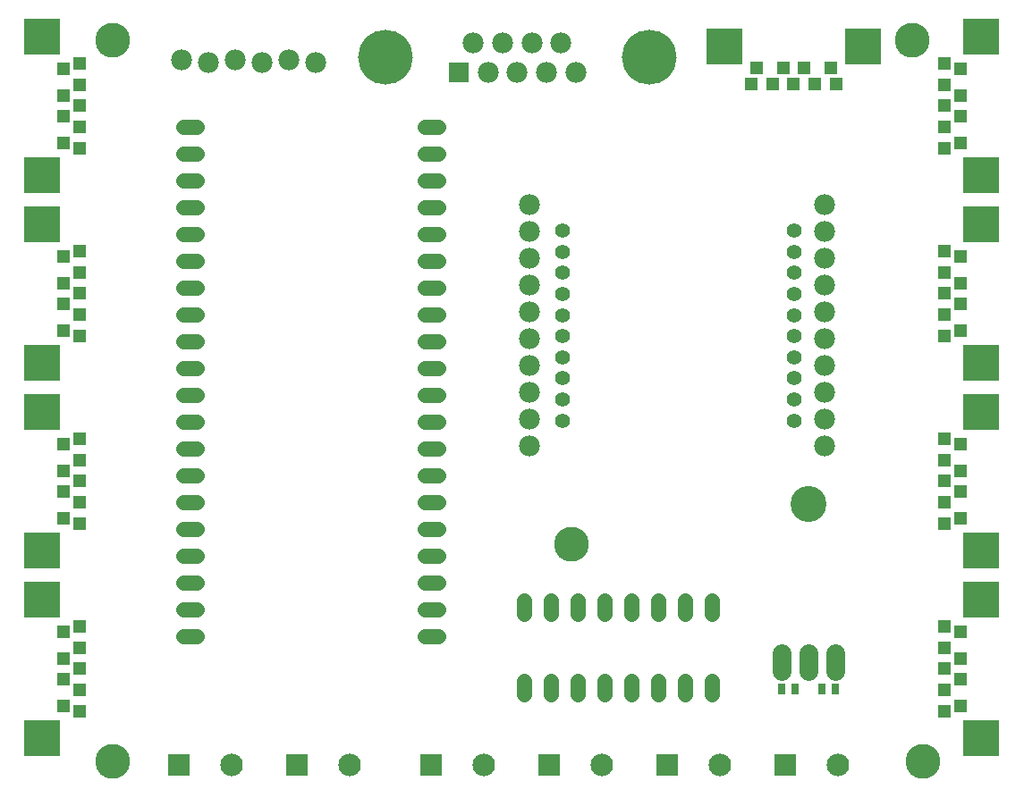
<source format=gts>
G75*
G70*
%OFA0B0*%
%FSLAX24Y24*%
%IPPOS*%
%LPD*%
%AMOC8*
5,1,8,0,0,1.08239X$1,22.5*
%
%ADD10C,0.1300*%
%ADD11R,0.1346X0.1346*%
%ADD12R,0.0516X0.0516*%
%ADD13C,0.0560*%
%ADD14R,0.0840X0.0840*%
%ADD15C,0.0840*%
%ADD16C,0.0700*%
%ADD17C,0.1340*%
%ADD18R,0.0316X0.0394*%
%ADD19C,0.0780*%
%ADD20R,0.0780X0.0780*%
%ADD21C,0.2040*%
%ADD22C,0.0555*%
D10*
X007392Y002762D03*
X024492Y010882D03*
X037592Y002762D03*
X037192Y029682D03*
X007392Y029682D03*
D11*
X004772Y003635D03*
X004772Y008808D03*
X004772Y010635D03*
X004772Y015808D03*
X004772Y017635D03*
X004772Y022808D03*
X004772Y024635D03*
X004772Y029808D03*
X030185Y029422D03*
X035358Y029422D03*
X039772Y029808D03*
X039772Y024635D03*
X039772Y022808D03*
X039772Y017635D03*
X039772Y015808D03*
X039772Y010635D03*
X039772Y008808D03*
X039772Y003635D03*
D12*
X038984Y004844D03*
X038394Y004647D03*
X038394Y005434D03*
X038984Y005828D03*
X038394Y006222D03*
X038984Y006615D03*
X038394Y007009D03*
X038984Y007600D03*
X038394Y007797D03*
X038394Y011647D03*
X038984Y011844D03*
X038394Y012434D03*
X038984Y012828D03*
X038394Y013222D03*
X038984Y013615D03*
X038394Y014009D03*
X038394Y014797D03*
X038984Y014600D03*
X038394Y018647D03*
X038984Y018844D03*
X038394Y019434D03*
X038984Y019828D03*
X038394Y020222D03*
X038984Y020615D03*
X038394Y021009D03*
X038394Y021797D03*
X038984Y021600D03*
X038394Y025647D03*
X038984Y025844D03*
X038394Y026434D03*
X038984Y026828D03*
X038394Y027222D03*
X038984Y027615D03*
X038394Y028009D03*
X038984Y028600D03*
X038394Y028797D03*
X034346Y028044D03*
X034150Y028634D03*
X033559Y028044D03*
X033165Y028634D03*
X032772Y028044D03*
X032378Y028634D03*
X031984Y028044D03*
X031197Y028044D03*
X031394Y028634D03*
X006150Y028797D03*
X005559Y028600D03*
X006150Y028009D03*
X005559Y027615D03*
X006150Y027222D03*
X005559Y026828D03*
X006150Y026434D03*
X005559Y025844D03*
X006150Y025647D03*
X006150Y021797D03*
X005559Y021600D03*
X006150Y021009D03*
X005559Y020615D03*
X006150Y020222D03*
X005559Y019828D03*
X006150Y019434D03*
X005559Y018844D03*
X006150Y018647D03*
X006150Y014797D03*
X005559Y014600D03*
X006150Y014009D03*
X005559Y013615D03*
X006150Y013222D03*
X005559Y012828D03*
X006150Y012434D03*
X005559Y011844D03*
X006150Y011647D03*
X006150Y007797D03*
X005559Y007600D03*
X006150Y007009D03*
X005559Y006615D03*
X006150Y006222D03*
X005559Y005828D03*
X006150Y005434D03*
X006150Y004647D03*
X005559Y004844D03*
D13*
X010012Y007422D02*
X010532Y007422D01*
X010532Y008422D02*
X010012Y008422D01*
X010012Y009422D02*
X010532Y009422D01*
X010532Y010422D02*
X010012Y010422D01*
X010012Y011422D02*
X010532Y011422D01*
X010532Y012422D02*
X010012Y012422D01*
X010012Y013422D02*
X010532Y013422D01*
X010532Y014422D02*
X010012Y014422D01*
X010012Y015422D02*
X010532Y015422D01*
X010532Y016422D02*
X010012Y016422D01*
X010012Y017422D02*
X010532Y017422D01*
X010532Y018422D02*
X010012Y018422D01*
X010012Y019422D02*
X010532Y019422D01*
X010532Y020422D02*
X010012Y020422D01*
X010012Y021422D02*
X010532Y021422D01*
X010532Y022422D02*
X010012Y022422D01*
X010012Y023422D02*
X010532Y023422D01*
X010532Y024422D02*
X010012Y024422D01*
X010012Y025422D02*
X010532Y025422D01*
X010532Y026422D02*
X010012Y026422D01*
X019012Y026422D02*
X019532Y026422D01*
X019532Y025422D02*
X019012Y025422D01*
X019012Y024422D02*
X019532Y024422D01*
X019532Y023422D02*
X019012Y023422D01*
X019012Y022422D02*
X019532Y022422D01*
X019532Y021422D02*
X019012Y021422D01*
X019012Y020422D02*
X019532Y020422D01*
X019532Y019422D02*
X019012Y019422D01*
X019012Y018422D02*
X019532Y018422D01*
X019532Y017422D02*
X019012Y017422D01*
X019012Y016422D02*
X019532Y016422D01*
X019532Y015422D02*
X019012Y015422D01*
X019012Y014422D02*
X019532Y014422D01*
X019532Y013422D02*
X019012Y013422D01*
X019012Y012422D02*
X019532Y012422D01*
X019532Y011422D02*
X019012Y011422D01*
X019012Y010422D02*
X019532Y010422D01*
X019532Y009422D02*
X019012Y009422D01*
X019012Y008422D02*
X019532Y008422D01*
X019532Y007422D02*
X019012Y007422D01*
X022722Y008262D02*
X022722Y008782D01*
X023722Y008782D02*
X023722Y008262D01*
X024722Y008262D02*
X024722Y008782D01*
X025722Y008782D02*
X025722Y008262D01*
X026722Y008262D02*
X026722Y008782D01*
X027722Y008782D02*
X027722Y008262D01*
X028722Y008262D02*
X028722Y008782D01*
X029722Y008782D02*
X029722Y008262D01*
X029722Y005782D02*
X029722Y005262D01*
X028722Y005262D02*
X028722Y005782D01*
X027722Y005782D02*
X027722Y005262D01*
X026722Y005262D02*
X026722Y005782D01*
X025722Y005782D02*
X025722Y005262D01*
X024722Y005262D02*
X024722Y005782D01*
X023722Y005782D02*
X023722Y005262D01*
X022722Y005262D02*
X022722Y005782D01*
D14*
X023672Y002622D03*
X028072Y002622D03*
X032472Y002622D03*
X019272Y002622D03*
X014272Y002622D03*
X009872Y002622D03*
D15*
X011840Y002622D03*
X016240Y002622D03*
X021240Y002622D03*
X025640Y002622D03*
X030040Y002622D03*
X034440Y002622D03*
D16*
X034322Y006142D02*
X034322Y006802D01*
X033322Y006802D02*
X033322Y006142D01*
X032322Y006142D02*
X032322Y006802D01*
D17*
X033322Y012372D03*
D18*
X033816Y005472D03*
X034328Y005472D03*
X032828Y005472D03*
X032316Y005472D03*
D19*
X033922Y014522D03*
X033922Y015522D03*
X033922Y016522D03*
X033922Y017522D03*
X033922Y018522D03*
X033922Y019522D03*
X033922Y020522D03*
X033922Y021522D03*
X033922Y022522D03*
X033922Y023522D03*
X024653Y028463D03*
X023562Y028463D03*
X022472Y028463D03*
X021381Y028463D03*
X020838Y029581D03*
X021928Y029581D03*
X023015Y029581D03*
X024106Y029581D03*
X022922Y023522D03*
X022922Y022522D03*
X022922Y021522D03*
X022922Y020522D03*
X022922Y019522D03*
X022922Y018522D03*
X022922Y017522D03*
X022922Y016522D03*
X022922Y015522D03*
X022922Y014522D03*
X014972Y028822D03*
X013972Y028922D03*
X012972Y028822D03*
X011972Y028922D03*
X010972Y028822D03*
X009972Y028922D03*
D20*
X020291Y028463D03*
D21*
X017550Y029022D03*
X027393Y029022D03*
D22*
X024141Y022565D03*
X024141Y021778D03*
X024141Y020990D03*
X024141Y020203D03*
X024141Y019415D03*
X024141Y018628D03*
X024141Y017841D03*
X024141Y017053D03*
X024141Y016266D03*
X024141Y015478D03*
X032802Y015478D03*
X032802Y016266D03*
X032802Y017053D03*
X032802Y017841D03*
X032802Y018628D03*
X032802Y019415D03*
X032802Y020203D03*
X032802Y020990D03*
X032802Y021778D03*
X032802Y022565D03*
M02*

</source>
